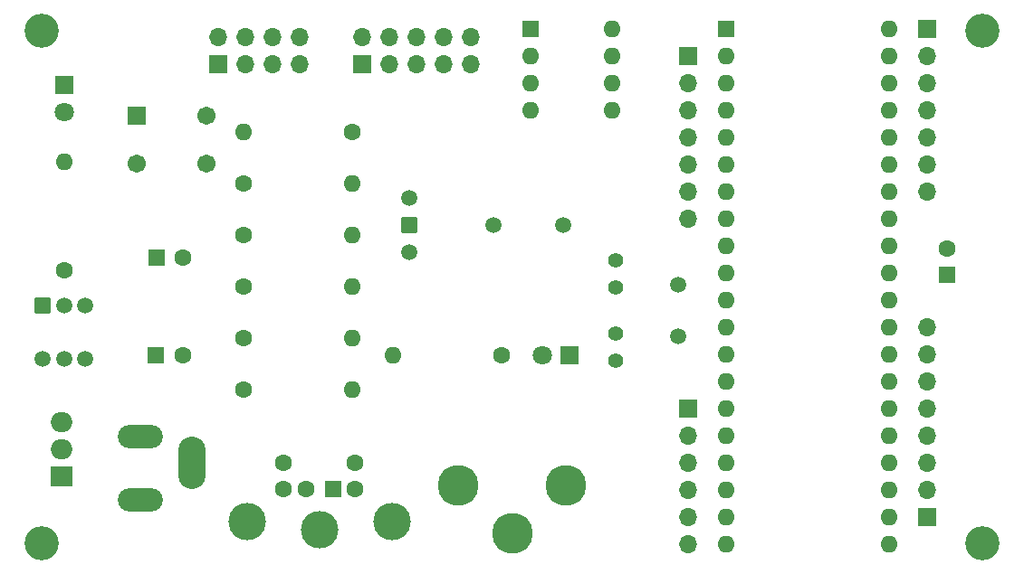
<source format=gbr>
%TF.GenerationSoftware,KiCad,Pcbnew,7.0.10*%
%TF.CreationDate,2024-04-16T21:16:41+02:00*%
%TF.ProjectId,avr-basic-sbc,6176722d-6261-4736-9963-2d7362632e6b,v0.1*%
%TF.SameCoordinates,Original*%
%TF.FileFunction,Soldermask,Top*%
%TF.FilePolarity,Negative*%
%FSLAX46Y46*%
G04 Gerber Fmt 4.6, Leading zero omitted, Abs format (unit mm)*
G04 Created by KiCad (PCBNEW 7.0.10) date 2024-04-16 21:16:41*
%MOMM*%
%LPD*%
G01*
G04 APERTURE LIST*
G04 Aperture macros list*
%AMRoundRect*
0 Rectangle with rounded corners*
0 $1 Rounding radius*
0 $2 $3 $4 $5 $6 $7 $8 $9 X,Y pos of 4 corners*
0 Add a 4 corners polygon primitive as box body*
4,1,4,$2,$3,$4,$5,$6,$7,$8,$9,$2,$3,0*
0 Add four circle primitives for the rounded corners*
1,1,$1+$1,$2,$3*
1,1,$1+$1,$4,$5*
1,1,$1+$1,$6,$7*
1,1,$1+$1,$8,$9*
0 Add four rect primitives between the rounded corners*
20,1,$1+$1,$2,$3,$4,$5,0*
20,1,$1+$1,$4,$5,$6,$7,0*
20,1,$1+$1,$6,$7,$8,$9,0*
20,1,$1+$1,$8,$9,$2,$3,0*%
G04 Aperture macros list end*
%ADD10C,3.200000*%
%ADD11C,1.600000*%
%ADD12O,1.600000X1.600000*%
%ADD13RoundRect,0.102000X-0.699000X-0.699000X0.699000X-0.699000X0.699000X0.699000X-0.699000X0.699000X0*%
%ADD14C,1.602000*%
%ADD15C,3.510000*%
%ADD16O,2.554000X4.904000*%
%ADD17O,4.204000X2.204000*%
%ADD18RoundRect,0.102000X-0.754000X-0.754000X0.754000X-0.754000X0.754000X0.754000X-0.754000X0.754000X0*%
%ADD19C,1.712000*%
%ADD20R,2.000000X1.905000*%
%ADD21O,2.000000X1.905000*%
%ADD22R,1.800000X1.800000*%
%ADD23C,1.800000*%
%ADD24R,1.700000X1.700000*%
%ADD25O,1.700000X1.700000*%
%ADD26R,1.600000X1.600000*%
%ADD27C,1.400000*%
%ADD28C,1.512000*%
%ADD29RoundRect,0.102000X-0.654000X-0.654000X0.654000X-0.654000X0.654000X0.654000X-0.654000X0.654000X0*%
%ADD30C,3.820000*%
%ADD31RoundRect,0.102000X0.654000X-0.654000X0.654000X0.654000X-0.654000X0.654000X-0.654000X-0.654000X0*%
%ADD32C,1.500000*%
G04 APERTURE END LIST*
D10*
%TO.C,MH1*%
X3000000Y-51500000D03*
%TD*%
D11*
%TO.C,R7*%
X32024000Y-12954000D03*
D12*
X21864000Y-12954000D03*
%TD*%
D11*
%TO.C,R6*%
X21864000Y-37084000D03*
D12*
X32024000Y-37084000D03*
%TD*%
D13*
%TO.C,J2*%
X30300000Y-46432000D03*
D14*
X27700000Y-46432000D03*
X32350000Y-46432000D03*
X25650000Y-46432000D03*
X32350000Y-43942000D03*
X25650000Y-43942000D03*
D15*
X29000000Y-50242000D03*
X22240000Y-49432000D03*
X35760000Y-49432000D03*
%TD*%
D11*
%TO.C,R1*%
X21864000Y-17780000D03*
D12*
X32024000Y-17780000D03*
%TD*%
D16*
%TO.C,J1*%
X17034000Y-43972600D03*
D17*
X12234000Y-47472600D03*
X12234000Y-41472600D03*
%TD*%
D18*
%TO.C,S1*%
X11883000Y-11420500D03*
D19*
X18383000Y-11420500D03*
X11883000Y-15920500D03*
X18383000Y-15920500D03*
%TD*%
D10*
%TO.C,MH2*%
X91000000Y-3500000D03*
%TD*%
D20*
%TO.C,U2*%
X4846000Y-45212000D03*
D21*
X4846000Y-42672000D03*
X4846000Y-40132000D03*
%TD*%
D22*
%TO.C,D2*%
X52344000Y-33909000D03*
D23*
X49804000Y-33909000D03*
%TD*%
D24*
%TO.C,J7*%
X63500000Y-38862000D03*
D25*
X63500000Y-41402000D03*
X63500000Y-43942000D03*
X63500000Y-46482000D03*
X63500000Y-49022000D03*
X63500000Y-51562000D03*
%TD*%
D24*
%TO.C,J6*%
X85852000Y-49022000D03*
D25*
X85852000Y-46482000D03*
X85852000Y-43942000D03*
X85852000Y-41402000D03*
X85852000Y-38862000D03*
X85852000Y-36322000D03*
X85852000Y-33782000D03*
X85852000Y-31242000D03*
%TD*%
D11*
%TO.C,R3*%
X21864000Y-22606000D03*
D12*
X32024000Y-22606000D03*
%TD*%
D11*
%TO.C,R8*%
X45994000Y-33909000D03*
D12*
X35834000Y-33909000D03*
%TD*%
D26*
%TO.C,C3*%
X13744200Y-24765000D03*
D11*
X16244200Y-24765000D03*
%TD*%
D10*
%TO.C,MH3*%
X3000000Y-3500000D03*
%TD*%
D24*
%TO.C,J4*%
X63500000Y-5842000D03*
D25*
X63500000Y-8382000D03*
X63500000Y-10922000D03*
X63500000Y-13462000D03*
X63500000Y-16002000D03*
X63500000Y-18542000D03*
X63500000Y-21082000D03*
%TD*%
D26*
%TO.C,C4*%
X13696600Y-33909000D03*
D11*
X16196600Y-33909000D03*
%TD*%
D26*
%TO.C,U3*%
X48768000Y-3302000D03*
D12*
X48768000Y-5842000D03*
X48768000Y-8382000D03*
X48768000Y-10922000D03*
X56388000Y-10922000D03*
X56388000Y-8382000D03*
X56388000Y-5842000D03*
X56388000Y-3302000D03*
%TD*%
D27*
%TO.C,C2*%
X56662000Y-34397000D03*
X56662000Y-31897000D03*
%TD*%
D11*
%TO.C,R2*%
X5100000Y-25908000D03*
D12*
X5100000Y-15748000D03*
%TD*%
D22*
%TO.C,D1*%
X5100000Y-8600000D03*
D23*
X5100000Y-11140000D03*
%TD*%
D28*
%TO.C,BZ1*%
X45284000Y-21717000D03*
X51784000Y-21717000D03*
%TD*%
D11*
%TO.C,R5*%
X21864000Y-32258000D03*
D12*
X32024000Y-32258000D03*
%TD*%
D26*
%TO.C,U1*%
X67056000Y-3302000D03*
D12*
X67056000Y-5842000D03*
X67056000Y-8382000D03*
X67056000Y-10922000D03*
X67056000Y-13462000D03*
X67056000Y-16002000D03*
X67056000Y-18542000D03*
X67056000Y-21082000D03*
X67056000Y-23622000D03*
X67056000Y-26162000D03*
X67056000Y-28702000D03*
X67056000Y-31242000D03*
X67056000Y-33782000D03*
X67056000Y-36322000D03*
X67056000Y-38862000D03*
X67056000Y-41402000D03*
X67056000Y-43942000D03*
X67056000Y-46482000D03*
X67056000Y-49022000D03*
X67056000Y-51562000D03*
X82296000Y-51562000D03*
X82296000Y-49022000D03*
X82296000Y-46482000D03*
X82296000Y-43942000D03*
X82296000Y-41402000D03*
X82296000Y-38862000D03*
X82296000Y-36322000D03*
X82296000Y-33782000D03*
X82296000Y-31242000D03*
X82296000Y-28702000D03*
X82296000Y-26162000D03*
X82296000Y-23622000D03*
X82296000Y-21082000D03*
X82296000Y-18542000D03*
X82296000Y-16002000D03*
X82296000Y-13462000D03*
X82296000Y-10922000D03*
X82296000Y-8382000D03*
X82296000Y-5842000D03*
X82296000Y-3302000D03*
%TD*%
D24*
%TO.C,J9*%
X19558000Y-6604000D03*
D25*
X19558000Y-4064000D03*
X22098000Y-6604000D03*
X22098000Y-4064000D03*
X24638000Y-6604000D03*
X24638000Y-4064000D03*
X27178000Y-6604000D03*
X27178000Y-4064000D03*
%TD*%
D11*
%TO.C,R4*%
X21864000Y-27432000D03*
D12*
X32024000Y-27432000D03*
%TD*%
D27*
%TO.C,C1*%
X56662000Y-25039000D03*
X56662000Y-27539000D03*
%TD*%
D29*
%TO.C,S2*%
X3100000Y-29250000D03*
D28*
X5100000Y-29250000D03*
X7100000Y-29250000D03*
X3100000Y-34250000D03*
X5100000Y-34250000D03*
X7100000Y-34250000D03*
%TD*%
D26*
%TO.C,C5*%
X87650000Y-26376000D03*
D11*
X87650000Y-23876000D03*
%TD*%
D30*
%TO.C,J3*%
X47000000Y-50600000D03*
X42000000Y-46100000D03*
X52000000Y-46100000D03*
%TD*%
D24*
%TO.C,J5*%
X85852000Y-3302000D03*
D25*
X85852000Y-5842000D03*
X85852000Y-8382000D03*
X85852000Y-10922000D03*
X85852000Y-13462000D03*
X85852000Y-16002000D03*
X85852000Y-18542000D03*
%TD*%
D10*
%TO.C,MH4*%
X91000000Y-51500000D03*
%TD*%
D31*
%TO.C,S3*%
X37358000Y-21717000D03*
D28*
X37358000Y-24257000D03*
X37358000Y-19177000D03*
%TD*%
D24*
%TO.C,J8*%
X33020000Y-6604000D03*
D25*
X33020000Y-4064000D03*
X35560000Y-6604000D03*
X35560000Y-4064000D03*
X38100000Y-6604000D03*
X38100000Y-4064000D03*
X40640000Y-6604000D03*
X40640000Y-4064000D03*
X43180000Y-6604000D03*
X43180000Y-4064000D03*
%TD*%
D32*
%TO.C,Y1*%
X62504000Y-27268000D03*
X62504000Y-32148000D03*
%TD*%
M02*

</source>
